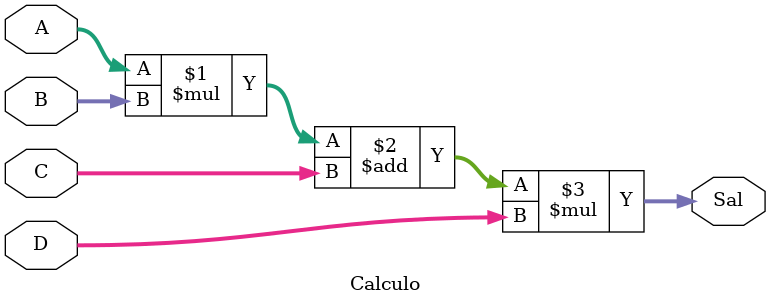
<source format=v>
`timescale 1ns / 1ps


module Calculo(input [1:0] A, B, C, D, output [5:0]Sal);
    assign Sal = ((A * B) + C) *D; // Asignamos el valor de la cuenta a la salida.
    
endmodule

</source>
